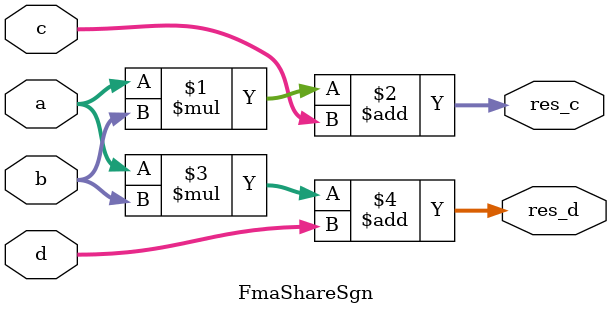
<source format=sv>

module FmaShareSgn #(
    BW = 8
)
(
    input logic  signed [BW-1:0] a,
    input logic  signed [BW-1:0] b,
    input logic  signed [BW-1:0] c,
    input logic  signed [BW-1:0] d,
    output logic signed [2*BW-1:0] res_c,
    output logic signed [2*BW-1:0] res_d
);

assign res_c = a*b + c;
assign res_d = a*b + d;

endmodule
</source>
